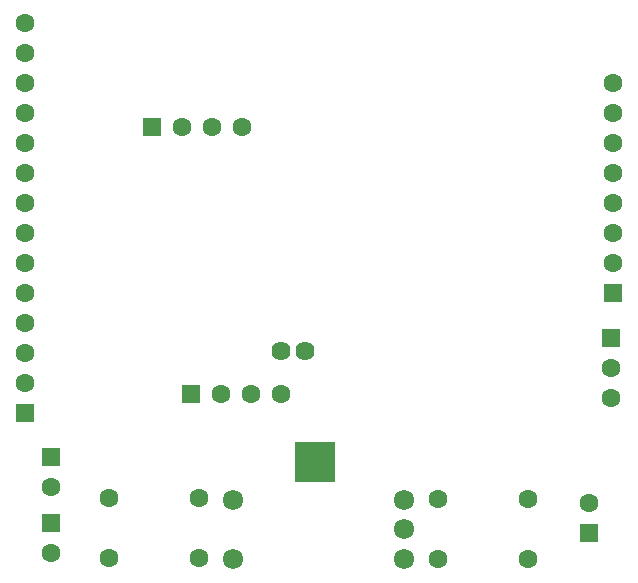
<source format=gbs>
G04 (created by PCBNEW (2013-07-07 BZR 4022)-stable) date 2015-10-06 15:27:07*
%MOIN*%
G04 Gerber Fmt 3.4, Leading zero omitted, Abs format*
%FSLAX34Y34*%
G01*
G70*
G90*
G04 APERTURE LIST*
%ADD10C,0.00393701*%
%ADD11C,0.067874*%
%ADD12R,0.133858X0.133858*%
%ADD13C,0.062874*%
%ADD14R,0.062874X0.062874*%
%ADD15C,0.063874*%
G04 APERTURE END LIST*
G54D10*
G54D11*
X13302Y-16540D03*
X13302Y-17525D03*
X13302Y-18509D03*
X7594Y-18509D03*
X7594Y-16540D03*
G54D12*
X10350Y-15280D03*
G54D13*
X20287Y-3637D03*
X20287Y-4637D03*
X20287Y-5637D03*
X20287Y-6637D03*
X20287Y-7637D03*
X20287Y-8637D03*
G54D14*
X20287Y-9637D03*
X662Y-13637D03*
G54D13*
X662Y-12637D03*
X662Y-11637D03*
X662Y-10637D03*
X662Y-9637D03*
X662Y-8637D03*
X662Y-7637D03*
X662Y-6637D03*
X662Y-5637D03*
X662Y-4637D03*
X662Y-3637D03*
X662Y-2637D03*
X662Y-1637D03*
X662Y-637D03*
X20275Y-2650D03*
G54D15*
X9200Y-11575D03*
X10000Y-11575D03*
G54D14*
X19475Y-17650D03*
G54D13*
X19475Y-16650D03*
X17450Y-18500D03*
X17450Y-16500D03*
X14450Y-18500D03*
X14450Y-16500D03*
X6475Y-18475D03*
X6475Y-16475D03*
X3475Y-18475D03*
X3475Y-16475D03*
G54D14*
X6200Y-13000D03*
G54D13*
X7200Y-13000D03*
X8200Y-13000D03*
X9200Y-13000D03*
G54D14*
X4900Y-4125D03*
G54D13*
X5900Y-4125D03*
X6900Y-4125D03*
X7900Y-4125D03*
G54D14*
X20200Y-11150D03*
G54D13*
X20200Y-12150D03*
X20200Y-13150D03*
G54D14*
X1550Y-15125D03*
G54D13*
X1550Y-16125D03*
G54D14*
X1550Y-17325D03*
G54D13*
X1550Y-18325D03*
M02*

</source>
